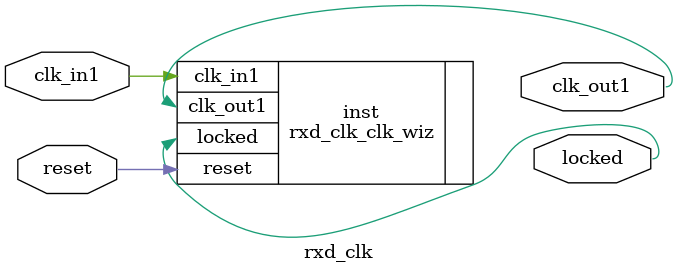
<source format=v>


`timescale 1ps/1ps

(* CORE_GENERATION_INFO = "rxd_clk,clk_wiz_v5_4_3_0,{component_name=rxd_clk,use_phase_alignment=true,use_min_o_jitter=false,use_max_i_jitter=false,use_dyn_phase_shift=false,use_inclk_switchover=false,use_dyn_reconfig=false,enable_axi=0,feedback_source=FDBK_AUTO,PRIMITIVE=MMCM,num_out_clk=1,clkin1_period=8.000,clkin2_period=10.000,use_power_down=false,use_reset=true,use_locked=true,use_inclk_stopped=false,feedback_type=SINGLE,CLOCK_MGR_TYPE=NA,manual_override=false}" *)

module rxd_clk 
 (
  // Clock out ports
  output        clk_out1,
  // Status and control signals
  input         reset,
  output        locked,
 // Clock in ports
  input         clk_in1
 );

  rxd_clk_clk_wiz inst
  (
  // Clock out ports  
  .clk_out1(clk_out1),
  // Status and control signals               
  .reset(reset), 
  .locked(locked),
 // Clock in ports
  .clk_in1(clk_in1)
  );

endmodule

</source>
